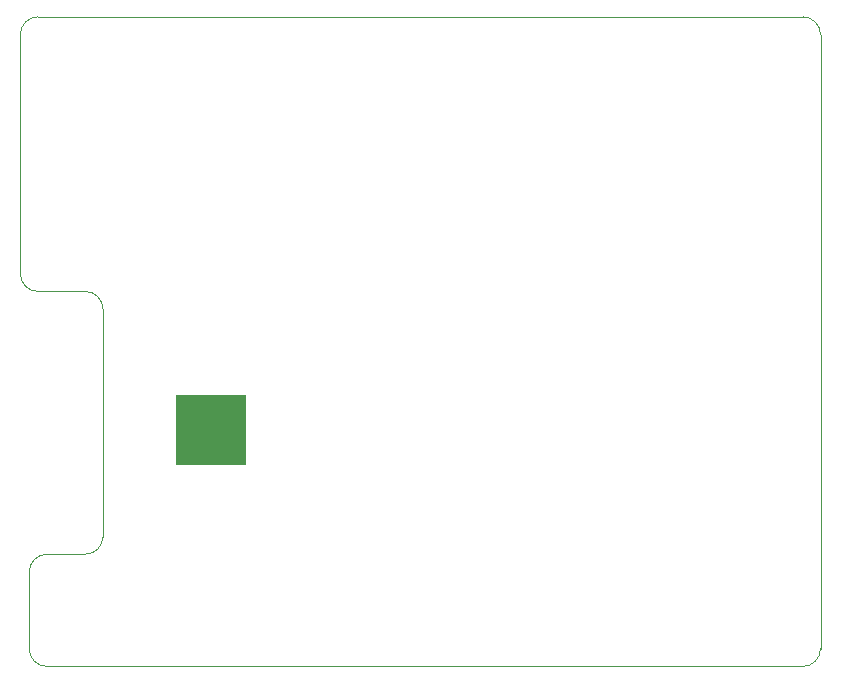
<source format=gbr>
%TF.GenerationSoftware,KiCad,Pcbnew,(6.0.0-rc1-dev-853-g5bbc2d74a)*%
%TF.CreationDate,2018-11-17T03:51:26+01:00*%
%TF.ProjectId,VFD_Watch,5646445F57617463682E6B696361645F,rev?*%
%TF.SameCoordinates,Original*%
%TF.FileFunction,Paste,Bot*%
%TF.FilePolarity,Positive*%
%FSLAX46Y46*%
G04 Gerber Fmt 4.6, Leading zero omitted, Abs format (unit mm)*
G04 Created by KiCad (PCBNEW (6.0.0-rc1-dev-853-g5bbc2d74a)) date 2018 November 17, Saturday 03:51:26*
%MOMM*%
%LPD*%
G01*
G04 APERTURE LIST*
%ADD10C,0.050000*%
%ADD11R,6.000000X6.000000*%
G04 APERTURE END LIST*
D10*
X93750000Y-117000000D02*
G75*
G02X92250000Y-118500000I-1500000J0D01*
G01*
X92250000Y-96250000D02*
G75*
G02X93750000Y-97750000I0J-1500000D01*
G01*
X88250000Y-96250000D02*
G75*
G02X86750000Y-94750000I0J1500000D01*
G01*
X87500000Y-120000000D02*
G75*
G02X89000000Y-118500000I1500000J0D01*
G01*
X89000000Y-128000000D02*
G75*
G02X87500000Y-126500000I0J1500000D01*
G01*
X154500000Y-126500000D02*
G75*
G02X153000000Y-128000000I-1500000J0D01*
G01*
X153000000Y-73000000D02*
G75*
G02X154500000Y-74500000I0J-1500000D01*
G01*
X86750000Y-74500000D02*
G75*
G02X88250000Y-73000000I1500000J0D01*
G01*
X87500000Y-120000000D02*
X87500000Y-126500000D01*
X92250000Y-118500000D02*
X89000000Y-118500000D01*
X93750000Y-97750000D02*
X93750000Y-117000000D01*
X88250000Y-96250000D02*
X92250000Y-96250000D01*
X86750000Y-76750000D02*
X86750000Y-94750000D01*
X86750000Y-74500000D02*
X86750000Y-76750000D01*
X153000000Y-73000000D02*
X88250000Y-73000000D01*
X154500000Y-74500000D02*
X154500000Y-126500000D01*
X89000000Y-128000000D02*
X153000000Y-128000000D01*
D11*
X102913000Y-108004000D03*
M02*

</source>
